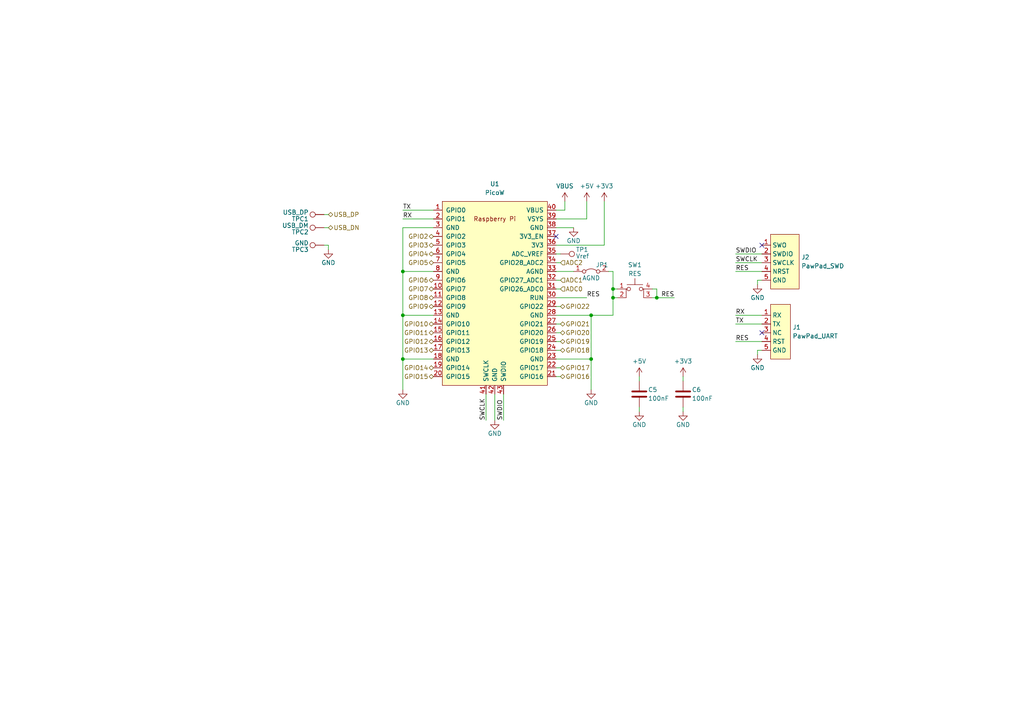
<source format=kicad_sch>
(kicad_sch (version 20231120) (generator "eeschema") (generator_version "8.0")
  (paper "A4")
  (lib_symbols
    (symbol "Connector:TestPoint" (pin_numbers hide) (pin_names (offset 0.762) hide)
      (property "Reference" "TP" (at 0 6.858 0))
      (property "Value" "TestPoint" (at 0 5.08 0))
      (symbol "TestPoint_0_1"
        (circle (center 0 3.302) (radius 0.762))
      )
      (symbol "TestPoint_1_1"
        (pin passive line (at 0 0 90) (length 2.54) (name "1") (number "1"))
      )
    )
    (symbol "Device:C" (pin_numbers hide) (pin_names (offset 0.254))
      (property "Reference" "C" (at 0.635 2.54 0))
      (property "Value" "C" (at 0.635 -2.54 0))
      (symbol "C_0_1"
        (polyline (pts (xy -2.032 -0.762) (xy 2.032 -0.762)) (stroke (width 0.508)))
        (polyline (pts (xy -2.032 0.762) (xy 2.032 0.762)) (stroke (width 0.508)))
      )
      (symbol "C_1_1"
        (pin passive line (at 0 3.81 270) (length 2.794) (name "~") (number "1"))
        (pin passive line (at 0 -3.81 90) (length 2.794) (name "~") (number "2"))
      )
    )
    (symbol "Jumper:Jumper_2_Bridged" (pin_names (offset 0) hide)
      (property "Reference" "JP" (at 0 1.905 0))
      (property "Value" "Jumper_2_Bridged" (at 0 -2.54 0))
      (symbol "Jumper_2_Bridged_0_0"
        (circle (center -2.032 0) (radius 0.508))
        (circle (center 2.032 0) (radius 0.508))
      )
      (symbol "Jumper_2_Bridged_0_1"
        (arc (start 1.524 0.254) (mid 0 0.762) (end -1.524 0.254))
      )
      (symbol "Jumper_2_Bridged_1_1"
        (pin passive line (at -5.08 0 0) (length 2.54) (name "A") (number "1"))
        (pin passive line (at 5.08 0 180) (length 2.54) (name "B") (number "2"))
      )
    )
    (symbol "RPi_Pico:PicoW" (pin_names (offset 1.016))
      (property "Reference" "U" (at -13.97 27.94 0))
      (property "Value" "PicoW" (at 0 19.05 0))
      (symbol "PicoW_0_0"
        (text "Raspberry Pi" (at 0 21.59 0) (effects (font (size 1.27 1.27))))
      )
      (symbol "PicoW_0_1"
        (rectangle (start -15.24 26.67) (end 15.24 -26.67) (fill (type background)))
      )
      (symbol "PicoW_1_1"
        (pin bidirectional line (at -17.78 24.13 0) (length 2.54) (name "GPIO0") (number "1"))
        (pin bidirectional line (at -17.78 1.27 0) (length 2.54) (name "GPIO7") (number "10"))
        (pin bidirectional line (at -17.78 -1.27 0) (length 2.54) (name "GPIO8") (number "11"))
        (pin bidirectional line (at -17.78 -3.81 0) (length 2.54) (name "GPIO9") (number "12"))
        (pin power_in line (at -17.78 -6.35 0) (length 2.54) (name "GND") (number "13"))
        (pin bidirectional line (at -17.78 -8.89 0) (length 2.54) (name "GPIO10") (number "14"))
        (pin bidirectional line (at -17.78 -11.43 0) (length 2.54) (name "GPIO11") (number "15"))
        (pin bidirectional line (at -17.78 -13.97 0) (length 2.54) (name "GPIO12") (number "16"))
        (pin bidirectional line (at -17.78 -16.51 0) (length 2.54) (name "GPIO13") (number "17"))
        (pin power_in line (at -17.78 -19.05 0) (length 2.54) (name "GND") (number "18"))
        (pin bidirectional line (at -17.78 -21.59 0) (length 2.54) (name "GPIO14") (number "19"))
        (pin bidirectional line (at -17.78 21.59 0) (length 2.54) (name "GPIO1") (number "2"))
        (pin bidirectional line (at -17.78 -24.13 0) (length 2.54) (name "GPIO15") (number "20"))
        (pin bidirectional line (at 17.78 -24.13 180) (length 2.54) (name "GPIO16") (number "21"))
        (pin bidirectional line (at 17.78 -21.59 180) (length 2.54) (name "GPIO17") (number "22"))
        (pin power_in line (at 17.78 -19.05 180) (length 2.54) (name "GND") (number "23"))
        (pin bidirectional line (at 17.78 -16.51 180) (length 2.54) (name "GPIO18") (number "24"))
        (pin bidirectional line (at 17.78 -13.97 180) (length 2.54) (name "GPIO19") (number "25"))
        (pin bidirectional line (at 17.78 -11.43 180) (length 2.54) (name "GPIO20") (number "26"))
        (pin bidirectional line (at 17.78 -8.89 180) (length 2.54) (name "GPIO21") (number "27"))
        (pin power_in line (at 17.78 -6.35 180) (length 2.54) (name "GND") (number "28"))
        (pin bidirectional line (at 17.78 -3.81 180) (length 2.54) (name "GPIO22") (number "29"))
        (pin power_in line (at -17.78 19.05 0) (length 2.54) (name "GND") (number "3"))
        (pin input line (at 17.78 -1.27 180) (length 2.54) (name "RUN") (number "30"))
        (pin bidirectional line (at 17.78 1.27 180) (length 2.54) (name "GPIO26_ADC0") (number "31"))
        (pin bidirectional line (at 17.78 3.81 180) (length 2.54) (name "GPIO27_ADC1") (number "32"))
        (pin power_in line (at 17.78 6.35 180) (length 2.54) (name "AGND") (number "33"))
        (pin bidirectional line (at 17.78 8.89 180) (length 2.54) (name "GPIO28_ADC2") (number "34"))
        (pin unspecified line (at 17.78 11.43 180) (length 2.54) (name "ADC_VREF") (number "35"))
        (pin unspecified line (at 17.78 13.97 180) (length 2.54) (name "3V3") (number "36"))
        (pin input line (at 17.78 16.51 180) (length 2.54) (name "3V3_EN") (number "37"))
        (pin bidirectional line (at 17.78 19.05 180) (length 2.54) (name "GND") (number "38"))
        (pin unspecified line (at 17.78 21.59 180) (length 2.54) (name "VSYS") (number "39"))
        (pin bidirectional line (at -17.78 16.51 0) (length 2.54) (name "GPIO2") (number "4"))
        (pin unspecified line (at 17.78 24.13 180) (length 2.54) (name "VBUS") (number "40"))
        (pin input line (at -2.54 -29.21 90) (length 2.54) (name "SWCLK") (number "41"))
        (pin power_in line (at 0 -29.21 90) (length 2.54) (name "GND") (number "42"))
        (pin bidirectional line (at 2.54 -29.21 90) (length 2.54) (name "SWDIO") (number "43"))
        (pin bidirectional line (at -17.78 13.97 0) (length 2.54) (name "GPIO3") (number "5"))
        (pin bidirectional line (at -17.78 11.43 0) (length 2.54) (name "GPIO4") (number "6"))
        (pin bidirectional line (at -17.78 8.89 0) (length 2.54) (name "GPIO5") (number "7"))
        (pin power_in line (at -17.78 6.35 0) (length 2.54) (name "GND") (number "8"))
        (pin bidirectional line (at -17.78 3.81 0) (length 2.54) (name "GPIO6") (number "9"))
      )
    )
    (symbol "Switch:SW_MEC_5E" (pin_names (offset 1.016) hide)
      (property "Reference" "SW" (at 0.635 5.715 0))
      (property "Value" "SW_MEC_5E" (at 0 -3.175 0))
      (symbol "SW_MEC_5E_0_1"
        (circle (center -1.778 2.54) (radius 0.508))
        (polyline (pts (xy -2.286 3.81) (xy 2.286 3.81)))
        (polyline (pts (xy 0 3.81) (xy 0 5.588)))
        (polyline (pts (xy -2.54 0) (xy -2.54 2.54) (xy -2.286 2.54)))
        (polyline (pts (xy 2.54 0) (xy 2.54 2.54) (xy 2.286 2.54)))
        (circle (center 1.778 2.54) (radius 0.508))
        (pin passive line (at -5.08 2.54 0) (length 2.54) (name "1") (number "1"))
        (pin passive line (at -5.08 0 0) (length 2.54) (name "2") (number "2"))
        (pin passive line (at 5.08 0 180) (length 2.54) (name "K") (number "3"))
        (pin passive line (at 5.08 2.54 180) (length 2.54) (name "A") (number "4"))
      )
    )
    (symbol "pawpad:PawPad_SWD"
      (property "Reference" "J" (at 0 10.16 0))
      (property "Value" "PawPad_SWD" (at 0 -9.525 0))
      (symbol "PawPad_SWD_0_1"
        (rectangle (start -3.81 8.255) (end 4.445 -7.62) (fill (type background)))
      )
      (symbol "PawPad_SWD_1_1"
        (pin input line (at -6.35 5.08 0) (length 2.54) (name "SWO") (number "1"))
        (pin input line (at -6.35 2.54 0) (length 2.54) (name "SWDIO") (number "2"))
        (pin input line (at -6.35 0 0) (length 2.54) (name "SWCLK") (number "3"))
        (pin input line (at -6.35 -2.54 0) (length 2.54) (name "NRST") (number "4"))
        (pin input line (at -6.35 -5.08 0) (length 2.54) (name "GND") (number "5"))
      )
    )
    (symbol "pawpad:PawPad_UART"
      (property "Reference" "J" (at 0 10.16 0))
      (property "Value" "PawPad_UART" (at 0 -9.525 0))
      (symbol "PawPad_UART_0_1"
        (rectangle (start -2.54 8.255) (end 3.175 -7.62) (fill (type background)))
      )
      (symbol "PawPad_UART_1_1"
        (pin input line (at -5.08 5.08 0) (length 2.54) (name "RX") (number "1"))
        (pin input line (at -5.08 2.54 0) (length 2.54) (name "TX") (number "2"))
        (pin input line (at -5.08 0 0) (length 2.54) (name "NC") (number "3"))
        (pin input line (at -5.08 -2.54 0) (length 2.54) (name "RST") (number "4"))
        (pin input line (at -5.08 -5.08 0) (length 2.54) (name "GND") (number "5"))
      )
    )
    (symbol "power:+3V3" (power) (pin_names (offset 0))
      (property "Value" "+3V3" (at 0 3.556 0))
      (symbol "+3V3_0_1"
        (polyline (pts (xy -0.762 1.27) (xy 0 2.54)))
        (polyline (pts (xy 0 0) (xy 0 2.54)))
        (polyline (pts (xy 0 2.54) (xy 0.762 1.27)))
      )
      (symbol "+3V3_1_1"
        (pin power_in line (at 0 0 90) (length 0) hide (name "+3V3") (number "1"))
      )
    )
    (symbol "power:+5V" (power) (pin_names (offset 0))
      (property "Value" "+5V" (at 0 3.556 0))
      (symbol "+5V_0_1"
        (polyline (pts (xy -0.762 1.27) (xy 0 2.54)))
        (polyline (pts (xy 0 0) (xy 0 2.54)))
        (polyline (pts (xy 0 2.54) (xy 0.762 1.27)))
      )
      (symbol "+5V_1_1"
        (pin power_in line (at 0 0 90) (length 0) hide (name "+5V") (number "1"))
      )
    )
    (symbol "power:GND" (power) (pin_names (offset 0))
      (property "Value" "GND" (at 0 -3.81 0))
      (symbol "GND_0_1"
        (polyline (pts (xy 0 0) (xy 0 -1.27) (xy 1.27 -1.27) (xy 0 -2.54) (xy -1.27 -1.27) (xy 0 -1.27)))
      )
      (symbol "GND_1_1"
        (pin power_in line (at 0 0 270) (length 0) hide (name "GND") (number "1"))
      )
    )
    (symbol "power:VBUS" (power) (pin_names (offset 0))
      (property "Value" "VBUS" (at 0 3.81 0))
      (symbol "VBUS_0_1"
        (polyline (pts (xy -0.762 1.27) (xy 0 2.54)))
        (polyline (pts (xy 0 0) (xy 0 2.54)))
        (polyline (pts (xy 0 2.54) (xy 0.762 1.27)))
      )
      (symbol "VBUS_1_1"
        (pin power_in line (at 0 0 90) (length 0) hide (name "VBUS") (number "1"))
      )
    )
  )
  (junction (at 190.5 86.36))
  (junction (at 177.8 83.82))
  (junction (at 177.8 86.36))
  (junction (at 171.45 104.14))
  (junction (at 116.84 78.74))
  (junction (at 171.45 91.44))
  (junction (at 116.84 91.44))
  (junction (at 116.84 104.14))
  (no_connect (at 220.98 96.52))
  (no_connect (at 161.29 68.58))
  (no_connect (at 220.98 71.12))
  (wire (pts (xy 161.29 91.44) (xy 171.45 91.44)))
  (wire (pts (xy 213.36 78.74) (xy 220.98 78.74)))
  (wire (pts (xy 185.42 119.38) (xy 185.42 118.11)))
  (wire (pts (xy 213.36 91.44) (xy 220.98 91.44)))
  (wire (pts (xy 116.84 66.04) (xy 116.84 78.74)))
  (wire (pts (xy 219.71 81.28) (xy 220.98 81.28)))
  (wire (pts (xy 189.23 83.82) (xy 190.5 83.82)))
  (wire (pts (xy 190.5 86.36) (xy 195.58 86.36)))
  (wire (pts (xy 116.84 91.44) (xy 125.73 91.44)))
  (wire (pts (xy 162.56 93.98) (xy 161.29 93.98)))
  (wire (pts (xy 116.84 60.96) (xy 125.73 60.96)))
  (wire (pts (xy 162.56 99.06) (xy 161.29 99.06)))
  (wire (pts (xy 190.5 83.82) (xy 190.5 86.36)))
  (wire (pts (xy 161.29 63.5) (xy 170.18 63.5)))
  (wire (pts (xy 162.56 109.22) (xy 161.29 109.22)))
  (wire (pts (xy 177.8 83.82) (xy 177.8 86.36)))
  (wire (pts (xy 198.12 109.22) (xy 198.12 110.49)))
  (wire (pts (xy 171.45 91.44) (xy 171.45 104.14)))
  (wire (pts (xy 116.84 104.14) (xy 116.84 113.03)))
  (wire (pts (xy 162.56 96.52) (xy 161.29 96.52)))
  (wire (pts (xy 95.25 62.23) (xy 93.98 62.23)))
  (wire (pts (xy 146.05 121.92) (xy 146.05 114.3)))
  (wire (pts (xy 162.56 83.82) (xy 161.29 83.82)))
  (wire (pts (xy 161.29 76.2) (xy 162.56 76.2)))
  (wire (pts (xy 93.98 66.04) (xy 95.25 66.04)))
  (wire (pts (xy 162.56 106.68) (xy 161.29 106.68)))
  (wire (pts (xy 213.36 76.2) (xy 220.98 76.2)))
  (wire (pts (xy 177.8 78.74) (xy 177.8 83.82)))
  (wire (pts (xy 177.8 86.36) (xy 179.07 86.36)))
  (wire (pts (xy 161.29 104.14) (xy 171.45 104.14)))
  (wire (pts (xy 163.83 60.96) (xy 163.83 58.42)))
  (wire (pts (xy 198.12 119.38) (xy 198.12 118.11)))
  (wire (pts (xy 161.29 86.36) (xy 170.18 86.36)))
  (wire (pts (xy 116.84 104.14) (xy 125.73 104.14)))
  (wire (pts (xy 175.26 58.42) (xy 175.26 71.12)))
  (wire (pts (xy 170.18 63.5) (xy 170.18 58.42)))
  (wire (pts (xy 185.42 109.22) (xy 185.42 110.49)))
  (wire (pts (xy 140.97 114.3) (xy 140.97 121.92)))
  (wire (pts (xy 162.56 88.9) (xy 161.29 88.9)))
  (wire (pts (xy 161.29 66.04) (xy 166.37 66.04)))
  (wire (pts (xy 95.25 71.12) (xy 93.98 71.12)))
  (wire (pts (xy 177.8 91.44) (xy 171.45 91.44)))
  (wire (pts (xy 213.36 93.98) (xy 220.98 93.98)))
  (wire (pts (xy 161.29 60.96) (xy 163.83 60.96)))
  (wire (pts (xy 162.56 73.66) (xy 161.29 73.66)))
  (wire (pts (xy 116.84 63.5) (xy 125.73 63.5)))
  (wire (pts (xy 171.45 104.14) (xy 171.45 113.03)))
  (wire (pts (xy 177.8 86.36) (xy 177.8 91.44)))
  (wire (pts (xy 213.36 99.06) (xy 220.98 99.06)))
  (wire (pts (xy 125.73 66.04) (xy 116.84 66.04)))
  (wire (pts (xy 177.8 83.82) (xy 179.07 83.82)))
  (wire (pts (xy 213.36 73.66) (xy 220.98 73.66)))
  (wire (pts (xy 116.84 78.74) (xy 116.84 91.44)))
  (wire (pts (xy 161.29 81.28) (xy 162.56 81.28)))
  (wire (pts (xy 161.29 78.74) (xy 166.37 78.74)))
  (wire (pts (xy 116.84 78.74) (xy 125.73 78.74)))
  (wire (pts (xy 95.25 72.39) (xy 95.25 71.12)))
  (wire (pts (xy 189.23 86.36) (xy 190.5 86.36)))
  (wire (pts (xy 175.26 71.12) (xy 161.29 71.12)))
  (wire (pts (xy 219.71 102.87) (xy 219.71 101.6)))
  (wire (pts (xy 143.51 114.3) (xy 143.51 121.92)))
  (wire (pts (xy 177.8 78.74) (xy 176.53 78.74)))
  (wire (pts (xy 162.56 101.6) (xy 161.29 101.6)))
  (wire (pts (xy 219.71 101.6) (xy 220.98 101.6)))
  (wire (pts (xy 116.84 91.44) (xy 116.84 104.14)))
  (wire (pts (xy 219.71 82.55) (xy 219.71 81.28)))
  (label "SWDIO" (at 213.36 73.66 0))
  (label "RX" (at 116.84 63.5 0))
  (label "RES" (at 170.18 86.36 0))
  (label "RES" (at 195.58 86.36 180))
  (label "TX" (at 213.36 93.98 0))
  (label "RES" (at 213.36 99.06 0))
  (label "SWCLK" (at 213.36 76.2 0))
  (label "RES" (at 213.36 78.74 0))
  (label "SWCLK" (at 140.97 121.92 90))
  (label "RX" (at 213.36 91.44 0))
  (label "SWDIO" (at 146.05 121.92 90))
  (label "TX" (at 116.84 60.96 0))
  (hierarchical_label "GPIO19" (shape bidirectional) (at 162.56 99.06 0))
  (hierarchical_label "GPIO12" (shape bidirectional) (at 125.73 99.06 180))
  (hierarchical_label "GPIO6" (shape bidirectional) (at 125.73 81.28 180))
  (hierarchical_label "GPIO13" (shape bidirectional) (at 125.73 101.6 180))
  (hierarchical_label "GPIO10" (shape bidirectional) (at 125.73 93.98 180))
  (hierarchical_label "ADC1" (shape input) (at 162.56 81.28 0))
  (hierarchical_label "GPIO2" (shape bidirectional) (at 125.73 68.58 180))
  (hierarchical_label "GPIO5" (shape bidirectional) (at 125.73 76.2 180))
  (hierarchical_label "GPIO4" (shape bidirectional) (at 125.73 73.66 180))
  (hierarchical_label "GPIO22" (shape bidirectional) (at 162.56 88.9 0))
  (hierarchical_label "USB_DP" (shape bidirectional) (at 95.25 62.23 0))
  (hierarchical_label "GPIO16" (shape bidirectional) (at 162.56 109.22 0))
  (hierarchical_label "GPIO20" (shape bidirectional) (at 162.56 96.52 0))
  (hierarchical_label "GPIO17" (shape bidirectional) (at 162.56 106.68 0))
  (hierarchical_label "GPIO14" (shape bidirectional) (at 125.73 106.68 180))
  (hierarchical_label "GPIO7" (shape bidirectional) (at 125.73 83.82 180))
  (hierarchical_label "GPIO18" (shape bidirectional) (at 162.56 101.6 0))
  (hierarchical_label "ADC2" (shape input) (at 162.56 76.2 0))
  (hierarchical_label "GPIO11" (shape bidirectional) (at 125.73 96.52 180))
  (hierarchical_label "GPIO9" (shape bidirectional) (at 125.73 88.9 180))
  (hierarchical_label "GPIO3" (shape bidirectional) (at 125.73 71.12 180))
  (hierarchical_label "USB_DN" (shape bidirectional) (at 95.25 66.04 0))
  (hierarchical_label "GPIO8" (shape bidirectional) (at 125.73 86.36 180))
  (hierarchical_label "GPIO21" (shape bidirectional) (at 162.56 93.98 0))
  (hierarchical_label "ADC0" (shape input) (at 162.56 83.82 0))
  (hierarchical_label "GPIO15" (shape bidirectional) (at 125.73 109.22 180))
  (symbol (lib_id "pawpad:PawPad_UART") (at 226.06 96.52 0) (unit 1)
    (property "Reference" "J1" (at 229.87 94.9325 0) (effects (justify left)))
    (property "Value" "PawPad_UART" (at 229.87 97.4725 0) (effects (justify left)))
    (property "Footprint" "PawPad:pawpad" (effects (hide yes)))
  )
  (symbol (lib_id "Connector:TestPoint") (at 93.98 71.12 90) (unit 1)
    (property "Reference" "TPC3" (at 89.535 72.39 90) (effects (justify left)))
    (property "Value" "GND" (at 89.535 70.485 90) (effects (justify left)))
  )
  (symbol (lib_id "Connector:TestPoint") (at 93.98 66.04 90) (unit 1)
    (property "Reference" "TPC2" (at 89.535 67.31 90) (effects (justify left)))
    (property "Value" "USB_DM" (at 89.535 65.405 90) (effects (justify left)))
  )
  (symbol (lib_id "power:GND") (at 219.71 82.55 0) (unit 1)
    (property "Reference" "#PWR017" (effects (hide yes)))
    (property "Value" "GND" (at 219.71 86.36 0))
  )
  (symbol (lib_id "power:GND") (at 116.84 113.03 0) (unit 1)
    (property "Reference" "#PWR022" (effects (hide yes)))
    (property "Value" "GND" (at 116.84 116.84 0))
  )
  (symbol (lib_id "power:GND") (at 143.51 121.92 0) (unit 1)
    (property "Reference" "#PWR08" (effects (hide yes)))
    (property "Value" "GND" (at 143.51 125.73 0))
  )
  (symbol (lib_id "power:GND") (at 185.42 119.38 0) (unit 1)
    (property "Reference" "#PWR014" (effects (hide yes)))
    (property "Value" "GND" (at 185.42 123.19 0))
  )
  (symbol (lib_id "Device:C") (at 198.12 114.3 0) (unit 1)
    (property "Reference" "C6" (at 200.66 113.03 0) (effects (justify left)))
    (property "Value" "100nF" (at 200.66 115.57 0) (effects (justify left)))
  )
  (symbol (lib_id "Connector:TestPoint") (at 162.56 73.66 270) (unit 1)
    (property "Reference" "TP1" (at 167.005 72.39 90) (effects (justify left)))
    (property "Value" "Vref" (at 167.005 74.295 90) (effects (justify left)))
  )
  (symbol (lib_id "pawpad:PawPad_SWD") (at 227.33 76.2 0) (unit 1)
    (property "Reference" "J2" (at 232.41 74.6125 0) (effects (justify left)))
    (property "Value" "PawPad_SWD" (at 232.41 77.1525 0) (effects (justify left)))
    (property "Footprint" "PawPad:pawpad" (effects (hide yes)))
  )
  (symbol (lib_id "Switch:SW_MEC_5E") (at 184.15 86.36 0) (unit 1)
    (property "Reference" "SW1" (at 184.15 76.835 0))
    (property "Value" "RES" (at 184.15 79.375 0))
    (property "Datasheet" "http://www.apem.com/int/index.php?controller=attachment&id_attachment=1371" (effects (hide yes)))
  )
  (symbol (lib_id "power:+5V") (at 170.18 58.42 0) (unit 1)
    (property "Reference" "#PWR011" (effects (hide yes)))
    (property "Value" "+5V" (at 170.18 53.975 0))
  )
  (symbol (lib_id "power:+3V3") (at 175.26 58.42 0) (unit 1)
    (property "Reference" "#PWR012" (effects (hide yes)))
    (property "Value" "+3V3" (at 175.26 53.975 0))
  )
  (symbol (lib_id "power:+5V") (at 185.42 109.22 0) (unit 1)
    (property "Reference" "#PWR013" (effects (hide yes)))
    (property "Value" "+5V" (at 185.42 104.775 0))
  )
  (symbol (lib_id "power:GND") (at 166.37 66.04 0) (unit 1)
    (property "Reference" "#PWR010" (effects (hide yes)))
    (property "Value" "GND" (at 166.37 69.85 0))
  )
  (symbol (lib_id "power:GND") (at 171.45 113.03 0) (unit 1)
    (property "Reference" "#PWR027" (effects (hide yes)))
    (property "Value" "GND" (at 171.45 116.84 0))
  )
  (symbol (lib_id "Connector:TestPoint") (at 93.98 62.23 90) (unit 1)
    (property "Reference" "TPC1" (at 89.535 63.5 90) (effects (justify left)))
    (property "Value" "USB_DP" (at 89.535 61.595 90) (effects (justify left)))
  )
  (symbol (lib_id "power:GND") (at 95.25 72.39 0) (unit 1)
    (property "Reference" "#PWR07" (effects (hide yes)))
    (property "Value" "GND" (at 95.25 76.2 0))
  )
  (symbol (lib_id "power:+3V3") (at 198.12 109.22 0) (unit 1)
    (property "Reference" "#PWR015" (effects (hide yes)))
    (property "Value" "+3V3" (at 198.12 104.775 0))
  )
  (symbol (lib_id "power:GND") (at 219.71 102.87 0) (unit 1)
    (property "Reference" "#PWR018" (effects (hide yes)))
    (property "Value" "GND" (at 219.71 106.68 0))
  )
  (symbol (lib_id "Device:C") (at 185.42 114.3 0) (unit 1)
    (property "Reference" "C5" (at 187.96 113.03 0) (effects (justify left)))
    (property "Value" "100nF" (at 187.96 115.57 0) (effects (justify left)))
  )
  (symbol (lib_id "RPi_Pico:PicoW") (at 143.51 85.09 0) (unit 1)
    (property "Reference" "U1" (at 143.51 53.34 0))
    (property "Value" "PicoW" (at 143.51 55.88 0))
    (property "Footprint" "RPi_PicoW:RPi_Pico_SMD_TH" (effects (hide yes)))
  )
  (symbol (lib_id "power:GND") (at 198.12 119.38 0) (unit 1)
    (property "Reference" "#PWR016" (effects (hide yes)))
    (property "Value" "GND" (at 198.12 123.19 0))
  )
  (symbol (lib_id "power:VBUS") (at 163.83 58.42 0) (unit 1)
    (property "Reference" "#PWR09" (effects (hide yes)))
    (property "Value" "VBUS" (at 163.83 53.975 0))
  )
  (symbol (lib_id "Jumper:Jumper_2_Bridged") (at 171.45 78.74 0) (unit 1)
    (property "Reference" "JP1" (at 174.625 76.835 0))
    (property "Value" "AGND" (at 171.45 80.645 0))
  )
)
</source>
